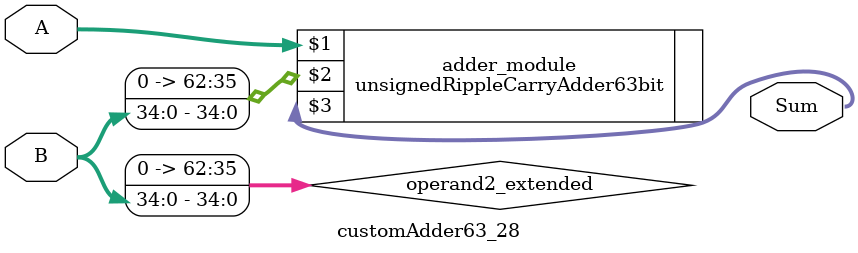
<source format=v>
module customAdder63_28(
                        input [62 : 0] A,
                        input [34 : 0] B,
                        
                        output [63 : 0] Sum
                );

        wire [62 : 0] operand2_extended;
        
        assign operand2_extended =  {28'b0, B};
        
        unsignedRippleCarryAdder63bit adder_module(
            A,
            operand2_extended,
            Sum
        );
        
        endmodule
        
</source>
